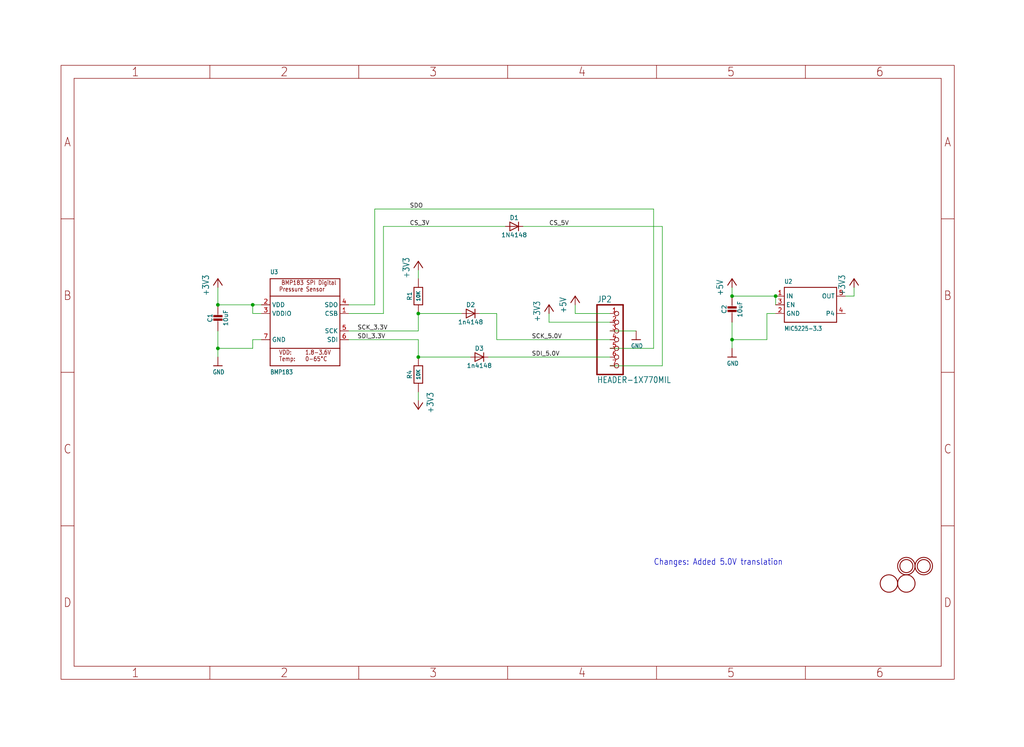
<source format=kicad_sch>
(kicad_sch (version 20211123) (generator eeschema)
  (paper "User" 298.45 217.881)
  (lib_symbols
    (symbol "eagleSchem-eagle-import:+3V3" (power)
      (property "Value" "+3V3" (at -2.54 -5.08 90))
      (symbol "+3V3_1_0"
        (polyline (pts (xy 0 0) (xy -1.27 -1.905)) (stroke (width 0.254)))
        (polyline (pts (xy 1.27 -1.905) (xy 0 0)) (stroke (width 0.254)))
        (pin power_in line (at 0 -2.54 90) (length 2.54) (name "+3V3") (number "1"))
      )
    )
    (symbol "eagleSchem-eagle-import:+5V" (power)
      (property "Value" "+5V" (at -2.54 -5.08 90))
      (symbol "+5V_1_0"
        (polyline (pts (xy 0 0) (xy -1.27 -1.905)) (stroke (width 0.254)))
        (polyline (pts (xy 1.27 -1.905) (xy 0 0)) (stroke (width 0.254)))
        (pin power_in line (at 0 -2.54 90) (length 2.54) (name "+5V") (number "1"))
      )
    )
    (symbol "eagleSchem-eagle-import:BMP183"
      (property "Reference" "IC" (at -10.16 13.97 0))
      (property "Value" "BMP183" (at -10.16 -15.24 0))
      (symbol "BMP183_1_0"
        (polyline (pts (xy -10.16 -7.62) (xy -10.16 -12.7)) (stroke (width 0.254)))
        (polyline (pts (xy -10.16 -7.62) (xy -10.16 7.62)) (stroke (width 0.254)))
        (polyline (pts (xy -10.16 7.62) (xy 10.16 7.62)) (stroke (width 0.254)))
        (polyline (pts (xy -10.16 12.7) (xy -10.16 7.62)) (stroke (width 0.254)))
        (polyline (pts (xy -10.16 12.7) (xy 10.16 12.7)) (stroke (width 0.254)))
        (polyline (pts (xy 10.16 -12.7) (xy -10.16 -12.7)) (stroke (width 0.254)))
        (polyline (pts (xy 10.16 -7.62) (xy -10.16 -7.62)) (stroke (width 0.254)))
        (polyline (pts (xy 10.16 -7.62) (xy 10.16 -12.7)) (stroke (width 0.254)))
        (polyline (pts (xy 10.16 7.62) (xy 10.16 -7.62)) (stroke (width 0.254)))
        (polyline (pts (xy 10.16 12.7) (xy 10.16 7.62)) (stroke (width 0.254)))
        (text "0-65°C" (at 0 -11.43 0) (effects (font (size 1.27 1.0795)) (justify left bottom)))
        (text "1.8-3.6V" (at 0 -9.525 0) (effects (font (size 1.27 1.0795)) (justify left bottom)))
        (text "BMP183 SPI Digital" (at -6.985 10.795 0) (effects (font (size 1.27 1.0795)) (justify left bottom)))
        (text "Pressure Sensor" (at -7.62 8.89 0) (effects (font (size 1.27 1.0795)) (justify left bottom)))
        (text "Temp:" (at -7.62 -11.43 0) (effects (font (size 1.27 1.0795)) (justify left bottom)))
        (text "VDD:" (at -7.62 -9.525 0) (effects (font (size 1.27 1.0795)) (justify left bottom)))
        (pin input line (at 12.7 2.54 180) (length 2.54) (name "CSB") (number "1"))
        (pin power_in line (at -12.7 5.08 0) (length 2.54) (name "VDD") (number "2"))
        (pin power_in line (at -12.7 2.54 0) (length 2.54) (name "VDDIO") (number "3"))
        (pin output line (at 12.7 5.08 180) (length 2.54) (name "SDO") (number "4"))
        (pin input line (at 12.7 -2.54 180) (length 2.54) (name "SCK") (number "5"))
        (pin input line (at 12.7 -5.08 180) (length 2.54) (name "SDI") (number "6"))
        (pin power_in line (at -12.7 -5.08 0) (length 2.54) (name "GND") (number "7"))
      )
    )
    (symbol "eagleSchem-eagle-import:CAP_CERAMIC0805-NOOUTLINE"
      (property "Reference" "C" (at -2.29 1.25 90))
      (property "Value" "CAP_CERAMIC0805-NOOUTLINE" (at 2.3 1.25 90))
      (symbol "CAP_CERAMIC0805-NOOUTLINE_1_0"
        (rectangle (start -1.27 0.508) (end 1.27 1.016) (fill (type outline)))
        (rectangle (start -1.27 1.524) (end 1.27 2.032) (fill (type outline)))
        (polyline (pts (xy 0 0.762) (xy 0 0)) (stroke (width 0.1524)))
        (polyline (pts (xy 0 2.54) (xy 0 1.778)) (stroke (width 0.1524)))
        (pin passive line (at 0 5.08 270) (length 2.54) (name "1") (number "1"))
        (pin passive line (at 0 -2.54 90) (length 2.54) (name "2") (number "2"))
      )
    )
    (symbol "eagleSchem-eagle-import:DIODESOD-323"
      (property "Reference" "D" (at 0 2.54 0))
      (property "Value" "DIODESOD-323" (at 0 -2.5 0))
      (symbol "DIODESOD-323_1_0"
        (polyline (pts (xy -1.27 -1.27) (xy 1.27 0)) (stroke (width 0.254)))
        (polyline (pts (xy -1.27 1.27) (xy -1.27 -1.27)) (stroke (width 0.254)))
        (polyline (pts (xy 1.27 0) (xy -1.27 1.27)) (stroke (width 0.254)))
        (polyline (pts (xy 1.27 0) (xy 1.27 -1.27)) (stroke (width 0.254)))
        (polyline (pts (xy 1.27 1.27) (xy 1.27 0)) (stroke (width 0.254)))
        (pin passive line (at -2.54 0 0) (length 2.54) (name "A") (number "A"))
        (pin passive line (at 2.54 0 180) (length 2.54) (name "C") (number "C"))
      )
    )
    (symbol "eagleSchem-eagle-import:FIDUCIAL"
      (symbol "FIDUCIAL_1_0"
        (circle (center 0 0) (radius 2.54) (stroke (width 0.254)))
      )
    )
    (symbol "eagleSchem-eagle-import:FRAME_A4"
      (symbol "FRAME_A4_0_0"
        (polyline (pts (xy 0 44.7675) (xy 3.81 44.7675)))
        (polyline (pts (xy 0 89.535) (xy 3.81 89.535)))
        (polyline (pts (xy 0 134.3025) (xy 3.81 134.3025)))
        (polyline (pts (xy 3.81 3.81) (xy 3.81 175.26)))
        (polyline (pts (xy 43.3917 0) (xy 43.3917 3.81)))
        (polyline (pts (xy 43.3917 175.26) (xy 43.3917 179.07)))
        (polyline (pts (xy 86.7833 0) (xy 86.7833 3.81)))
        (polyline (pts (xy 86.7833 175.26) (xy 86.7833 179.07)))
        (polyline (pts (xy 130.175 0) (xy 130.175 3.81)))
        (polyline (pts (xy 130.175 175.26) (xy 130.175 179.07)))
        (polyline (pts (xy 173.5667 0) (xy 173.5667 3.81)))
        (polyline (pts (xy 173.5667 175.26) (xy 173.5667 179.07)))
        (polyline (pts (xy 216.9583 0) (xy 216.9583 3.81)))
        (polyline (pts (xy 216.9583 175.26) (xy 216.9583 179.07)))
        (polyline (pts (xy 256.54 3.81) (xy 3.81 3.81)))
        (polyline (pts (xy 256.54 3.81) (xy 256.54 175.26)))
        (polyline (pts (xy 256.54 44.7675) (xy 260.35 44.7675)))
        (polyline (pts (xy 256.54 89.535) (xy 260.35 89.535)))
        (polyline (pts (xy 256.54 134.3025) (xy 260.35 134.3025)))
        (polyline (pts (xy 256.54 175.26) (xy 3.81 175.26)))
        (polyline (pts (xy 0 0) (xy 260.35 0) (xy 260.35 179.07) (xy 0 179.07) (xy 0 0)))
        (text "1" (at 21.6958 1.905 0) (effects (font (size 2.54 2.286))))
        (text "1" (at 21.6958 177.165 0) (effects (font (size 2.54 2.286))))
        (text "2" (at 65.0875 1.905 0) (effects (font (size 2.54 2.286))))
        (text "2" (at 65.0875 177.165 0) (effects (font (size 2.54 2.286))))
        (text "3" (at 108.4792 1.905 0) (effects (font (size 2.54 2.286))))
        (text "3" (at 108.4792 177.165 0) (effects (font (size 2.54 2.286))))
        (text "4" (at 151.8708 1.905 0) (effects (font (size 2.54 2.286))))
        (text "4" (at 151.8708 177.165 0) (effects (font (size 2.54 2.286))))
        (text "5" (at 195.2625 1.905 0) (effects (font (size 2.54 2.286))))
        (text "5" (at 195.2625 177.165 0) (effects (font (size 2.54 2.286))))
        (text "6" (at 238.6542 1.905 0) (effects (font (size 2.54 2.286))))
        (text "6" (at 238.6542 177.165 0) (effects (font (size 2.54 2.286))))
        (text "A" (at 1.905 156.6863 0) (effects (font (size 2.54 2.286))))
        (text "A" (at 258.445 156.6863 0) (effects (font (size 2.54 2.286))))
        (text "B" (at 1.905 111.9188 0) (effects (font (size 2.54 2.286))))
        (text "B" (at 258.445 111.9188 0) (effects (font (size 2.54 2.286))))
        (text "C" (at 1.905 67.1513 0) (effects (font (size 2.54 2.286))))
        (text "C" (at 258.445 67.1513 0) (effects (font (size 2.54 2.286))))
        (text "D" (at 1.905 22.3838 0) (effects (font (size 2.54 2.286))))
        (text "D" (at 258.445 22.3838 0) (effects (font (size 2.54 2.286))))
      )
      (symbol "FRAME_A4_1_0"
        (polyline (pts (xy 256.54 3.81) (xy 256.54 8.89)) (stroke (width 0.1016)))
        (polyline (pts (xy 256.54 8.89) (xy 256.54 13.97)) (stroke (width 0.1016)))
        (polyline (pts (xy 256.54 13.97) (xy 256.54 19.05)) (stroke (width 0.1016)))
        (polyline (pts (xy 256.54 19.05) (xy 256.54 36.83)) (stroke (width 0.1016)))
      )
      (symbol "FRAME_A4_2_0"
        (polyline (pts (xy 1.27 -6.35) (xy 1.27 0)) (stroke (width 0.1016)))
        (polyline (pts (xy 1.27 0) (xy 82.55 0)) (stroke (width 0.1016)))
        (polyline (pts (xy 82.55 -6.35) (xy 1.27 -6.35)) (stroke (width 0.1016)))
        (polyline (pts (xy 82.55 0) (xy 82.55 -6.35)) (stroke (width 0.1016)))
        (text "PART OR WHOLE IS STRICTLY PROHIBITED WITHOUT WRITTEN PERMISSION!" (at 3.81 -5.08 0) (effects (font (size 1.27 1.0795)) (justify left bottom)))
        (text "PROPRIETARY" (at 3.81 -10.16 0) (effects (font (size 2.54 2.159) (thickness 0.4318) bold) (justify left bottom)))
        (text "THIS DRAWING CONTAINS CONFIDENTIAL INFORMATION. ANY REPRODUCTION IN" (at 3.81 -2.794 0) (effects (font (size 1.27 1.0795)) (justify left bottom)))
      )
      (symbol "FRAME_A4_3_0"
        (polyline (pts (xy 0 1.27) (xy 20.32 1.27)) (stroke (width 0.6096)))
        (polyline (pts (xy 0 10.16) (xy 0 1.27)) (stroke (width 0.6096)))
        (polyline (pts (xy 0 10.16) (xy 20.32 10.16)) (stroke (width 0.3048)))
        (polyline (pts (xy 0 19.05) (xy 0 10.16)) (stroke (width 0.6096)))
        (polyline (pts (xy 0 19.05) (xy 20.32 19.05)) (stroke (width 0.3048)))
        (polyline (pts (xy 0 27.94) (xy 0 19.05)) (stroke (width 0.6096)))
        (polyline (pts (xy 0 27.94) (xy 20.32 27.94)) (stroke (width 0.3048)))
        (polyline (pts (xy 0 34.29) (xy 0 27.94)) (stroke (width 0.6096)))
        (polyline (pts (xy 20.32 1.27) (xy 20.32 6.35)) (stroke (width 0.3048)))
        (polyline (pts (xy 20.32 1.27) (xy 95.885 1.27)) (stroke (width 0.6096)))
        (polyline (pts (xy 20.32 6.35) (xy 20.32 10.16)) (stroke (width 0.3048)))
        (polyline (pts (xy 20.32 6.35) (xy 88.9 6.35)) (stroke (width 0.3048)))
        (polyline (pts (xy 20.32 10.16) (xy 20.32 19.05)) (stroke (width 0.3048)))
        (polyline (pts (xy 20.32 16.51) (xy 20.32 19.05)) (stroke (width 0.3048)))
        (polyline (pts (xy 20.32 19.05) (xy 20.32 27.94)) (stroke (width 0.3048)))
        (polyline (pts (xy 20.32 27.94) (xy 20.32 34.29)) (stroke (width 0.3048)))
        (polyline (pts (xy 20.32 27.94) (xy 65.0875 27.94)) (stroke (width 0.3048)))
        (polyline (pts (xy 20.32 34.29) (xy 0 34.29)) (stroke (width 0.6096)))
        (polyline (pts (xy 65.0875 27.94) (xy 106.045 27.94)) (stroke (width 0.3048)))
        (polyline (pts (xy 65.0875 34.29) (xy 20.32 34.29)) (stroke (width 0.6096)))
        (polyline (pts (xy 88.9 6.35) (xy 95.885 6.35)) (stroke (width 0.3048)))
        (polyline (pts (xy 88.9 16.51) (xy 20.32 16.51)) (stroke (width 0.3048)))
        (polyline (pts (xy 88.9 16.51) (xy 88.9 6.35)) (stroke (width 0.3048)))
        (polyline (pts (xy 95.885 1.27) (xy 121.92 1.27)) (stroke (width 0.6096)))
        (polyline (pts (xy 95.885 6.35) (xy 95.885 1.27)) (stroke (width 0.3048)))
        (polyline (pts (xy 95.885 6.35) (xy 121.92 6.35)) (stroke (width 0.3048)))
        (polyline (pts (xy 101.6 13.0175) (xy 102.5525 13.0175)) (stroke (width 0.254)))
        (polyline (pts (xy 106.045 27.94) (xy 106.045 34.29)) (stroke (width 0.3048)))
        (polyline (pts (xy 106.045 27.94) (xy 110.49 27.94)) (stroke (width 0.3048)))
        (polyline (pts (xy 106.045 34.29) (xy 65.0875 34.29)) (stroke (width 0.6096)))
        (polyline (pts (xy 110.49 16.51) (xy 88.9 16.51)) (stroke (width 0.3048)))
        (polyline (pts (xy 110.49 27.94) (xy 110.49 16.51)) (stroke (width 0.3048)))
        (polyline (pts (xy 110.49 27.94) (xy 113.03 27.94)) (stroke (width 0.3048)))
        (polyline (pts (xy 113.03 27.94) (xy 121.92 27.94)) (stroke (width 0.3048)))
        (polyline (pts (xy 113.03 34.29) (xy 106.045 34.29)) (stroke (width 0.6096)))
        (polyline (pts (xy 121.92 6.35) (xy 121.92 1.27)) (stroke (width 0.6096)))
        (polyline (pts (xy 121.92 16.51) (xy 110.49 16.51)) (stroke (width 0.3048)))
        (polyline (pts (xy 121.92 16.51) (xy 121.92 6.35)) (stroke (width 0.6096)))
        (polyline (pts (xy 121.92 27.94) (xy 121.92 16.51)) (stroke (width 0.6096)))
        (polyline (pts (xy 121.92 34.29) (xy 113.03 34.29)) (stroke (width 0.6096)))
        (polyline (pts (xy 121.92 34.29) (xy 121.92 27.94)) (stroke (width 0.6096)))
        (circle (center 109.5375 31.115) (radius 1.4199) (stroke (width 0.254)))
        (text "2013" (at 112.7125 30.1625 0) (effects (font (size 1.778 1.5113)) (justify left bottom)))
        (text ">CHECKED" (at 2.54 11.43 0) (effects (font (size 1.778 1.5113)) (justify left bottom)))
        (text ">COMPANY" (at 23.6538 29.3687 0) (effects (font (size 3.175 2.6987) (thickness 0.5397) bold) (justify left bottom)))
        (text ">DATE" (at 2.54 2.54 0) (effects (font (size 1.778 1.5113)) (justify left bottom)))
        (text ">DRAWING_NAME" (at 33.3375 2.54 0) (effects (font (size 2.54 2.159)) (justify left bottom)))
        (text ">DRAWN" (at 2.54 20.32 0) (effects (font (size 1.778 1.5113)) (justify left bottom)))
        (text ">DRGNO" (at 91.44 8.89 0) (effects (font (size 2.1844 1.8567)) (justify left bottom)))
        (text ">LAST_DATE_TIME" (at 33.02 8.89 0) (effects (font (size 2.54 2.159)) (justify left bottom)))
        (text ">REV" (at 114.3 18.415 0) (effects (font (size 3.81 3.2385)) (justify left bottom)))
        (text ">SHEET" (at 109.22 2.54 0) (effects (font (size 2.54 2.54)) (justify left bottom)))
        (text "C" (at 109.0612 30.48 0) (effects (font (size 1.27 1.0795)) (justify left bottom)))
        (text "CHECKED" (at 1.27 15.875 0) (effects (font (size 1.778 1.5113)) (justify left bottom)))
        (text "DATE" (at 1.27 6.985 0) (effects (font (size 1.778 1.5113)) (justify left bottom)))
        (text "DATE" (at 21.59 12.7 0) (effects (font (size 2.54 2.54)) (justify left bottom)))
        (text "DRAWN" (at 1.27 24.765 0) (effects (font (size 1.778 1.5113)) (justify left bottom)))
        (text "DRG" (at 90.17 12.7 0) (effects (font (size 2.54 2.54)) (justify left bottom)))
        (text "FILE:" (at 21.59 2.54 0) (effects (font (size 2.54 2.54)) (justify left bottom)))
        (text "ISSUE" (at 5.3975 30.1625 0) (effects (font (size 1.9304 1.6408)) (justify left bottom)))
        (text "N" (at 98.7425 12.7 0) (effects (font (size 2.54 2.54)) (justify left bottom)))
        (text "o" (at 101.2825 13.6525 0) (effects (font (size 2.1844 1.8567)) (justify left bottom)))
        (text "PAGE:" (at 97.155 2.54 0) (effects (font (size 2.54 2.54)) (justify left bottom)))
        (text "REV" (at 112.7125 24.13 0) (effects (font (size 2.54 2.54)) (justify left bottom)))
        (text "TITLE" (at 21.59 24.13 0) (effects (font (size 2.54 2.54)) (justify left bottom)))
      )
    )
    (symbol "eagleSchem-eagle-import:GND" (power)
      (property "Value" "GND" (at -1.524 -2.54 0))
      (symbol "GND_1_0"
        (polyline (pts (xy -1.27 0) (xy 1.27 0)) (stroke (width 0.254)))
        (pin power_in line (at 0 2.54 270) (length 2.54) (name "GND") (number "1"))
      )
    )
    (symbol "eagleSchem-eagle-import:HEADER-1X770MIL"
      (property "Reference" "JP" (at -6.35 10.795 0))
      (property "Value" "HEADER-1X770MIL" (at -6.35 -12.7 0))
      (symbol "HEADER-1X770MIL_1_0"
        (polyline (pts (xy -6.35 -10.16) (xy 1.27 -10.16)) (stroke (width 0.4064)))
        (polyline (pts (xy -6.35 10.16) (xy -6.35 -10.16)) (stroke (width 0.4064)))
        (polyline (pts (xy 1.27 -10.16) (xy 1.27 10.16)) (stroke (width 0.4064)))
        (polyline (pts (xy 1.27 10.16) (xy -6.35 10.16)) (stroke (width 0.4064)))
        (pin passive inverted (at -2.54 7.62 0) (length 2.54) (name "1") (number "1"))
        (pin passive inverted (at -2.54 5.08 0) (length 2.54) (name "2") (number "2"))
        (pin passive inverted (at -2.54 2.54 0) (length 2.54) (name "3") (number "3"))
        (pin passive inverted (at -2.54 0 0) (length 2.54) (name "4") (number "4"))
        (pin passive inverted (at -2.54 -2.54 0) (length 2.54) (name "5") (number "5"))
        (pin passive inverted (at -2.54 -5.08 0) (length 2.54) (name "6") (number "6"))
        (pin passive inverted (at -2.54 -7.62 0) (length 2.54) (name "7") (number "7"))
      )
    )
    (symbol "eagleSchem-eagle-import:MOUNTINGHOLE2.0"
      (symbol "MOUNTINGHOLE2.0_1_0"
        (circle (center 0 0) (radius 1.905) (stroke (width 0.254)))
        (circle (center 0 0) (radius 2.54) (stroke (width 0.254)))
      )
    )
    (symbol "eagleSchem-eagle-import:RESISTOR0805_NOOUTLINE"
      (property "Reference" "R" (at 0 2.54 0))
      (property "Value" "RESISTOR0805_NOOUTLINE" (at 0 0 0))
      (symbol "RESISTOR0805_NOOUTLINE_1_0"
        (polyline (pts (xy -2.54 -1.27) (xy -2.54 1.27)) (stroke (width 0.254)))
        (polyline (pts (xy -2.54 1.27) (xy 2.54 1.27)) (stroke (width 0.254)))
        (polyline (pts (xy 2.54 -1.27) (xy -2.54 -1.27)) (stroke (width 0.254)))
        (polyline (pts (xy 2.54 1.27) (xy 2.54 -1.27)) (stroke (width 0.254)))
        (pin passive line (at -5.08 0 0) (length 2.54) (name "1") (number "1"))
        (pin passive line (at 5.08 0 180) (length 2.54) (name "2") (number "2"))
      )
    )
    (symbol "eagleSchem-eagle-import:VREG_SOT23-5"
      (property "Reference" "U" (at -7.62 6.096 0))
      (property "Value" "VREG_SOT23-5" (at -7.62 -7.62 0))
      (symbol "VREG_SOT23-5_1_0"
        (polyline (pts (xy -7.62 -5.08) (xy -7.62 5.08)) (stroke (width 0.254)))
        (polyline (pts (xy -7.62 5.08) (xy 7.62 5.08)) (stroke (width 0.254)))
        (polyline (pts (xy 7.62 -5.08) (xy -7.62 -5.08)) (stroke (width 0.254)))
        (polyline (pts (xy 7.62 5.08) (xy 7.62 -5.08)) (stroke (width 0.254)))
        (pin power_in line (at -10.16 2.54 0) (length 2.54) (name "IN") (number "1"))
        (pin power_in line (at -10.16 -2.54 0) (length 2.54) (name "GND") (number "2"))
        (pin input line (at -10.16 0 0) (length 2.54) (name "EN") (number "3"))
        (pin bidirectional line (at 10.16 -2.54 180) (length 2.54) (name "P4") (number "4"))
        (pin power_in line (at 10.16 2.54 180) (length 2.54) (name "OUT") (number "5"))
      )
    )
  )
  (junction (at 63.5 88.9))
  (junction (at 226.06 86.36))
  (junction (at 213.36 99.06))
  (junction (at 121.92 104.14))
  (junction (at 213.36 86.36))
  (junction (at 63.5 101.6))
  (junction (at 121.92 91.44))
  (junction (at 73.66 88.9))
  (wire (pts (xy 73.66 101.6) (xy 73.66 99.06)))
  (wire (pts (xy 144.78 91.44) (xy 144.78 99.06)))
  (wire (pts (xy 121.92 104.14) (xy 121.92 99.06)))
  (wire (pts (xy 193.04 66.04) (xy 193.04 106.68)))
  (wire (pts (xy 193.04 106.68) (xy 177.8 106.68)))
  (wire (pts (xy 73.66 88.9) (xy 63.5 88.9)))
  (wire (pts (xy 63.5 88.9) (xy 63.5 83.82)))
  (wire (pts (xy 111.76 66.04) (xy 147.32 66.04)))
  (wire (pts (xy 142.24 104.14) (xy 177.8 104.14)))
  (wire (pts (xy 76.2 88.9) (xy 73.66 88.9)))
  (wire (pts (xy 223.52 99.06) (xy 213.36 99.06)))
  (wire (pts (xy 226.06 88.9) (xy 226.06 86.36)))
  (wire (pts (xy 223.52 91.44) (xy 223.52 99.06)))
  (wire (pts (xy 121.92 96.52) (xy 121.92 91.44)))
  (wire (pts (xy 111.76 91.44) (xy 111.76 66.04)))
  (wire (pts (xy 73.66 91.44) (xy 73.66 88.9)))
  (wire (pts (xy 167.64 91.44) (xy 167.64 88.9)))
  (wire (pts (xy 139.7 91.44) (xy 144.78 91.44)))
  (wire (pts (xy 213.36 99.06) (xy 213.36 101.6)))
  (wire (pts (xy 101.6 88.9) (xy 109.22 88.9)))
  (wire (pts (xy 248.92 86.36) (xy 248.92 83.82)))
  (wire (pts (xy 109.22 60.96) (xy 190.5 60.96)))
  (wire (pts (xy 121.92 96.52) (xy 101.6 96.52)))
  (wire (pts (xy 177.8 96.52) (xy 185.42 96.52)))
  (wire (pts (xy 226.06 91.44) (xy 223.52 91.44)))
  (wire (pts (xy 73.66 99.06) (xy 76.2 99.06)))
  (wire (pts (xy 121.92 91.44) (xy 134.62 91.44)))
  (wire (pts (xy 160.02 93.98) (xy 177.8 93.98)))
  (wire (pts (xy 109.22 88.9) (xy 109.22 60.96)))
  (wire (pts (xy 121.92 116.84) (xy 121.92 114.3)))
  (wire (pts (xy 213.36 83.82) (xy 213.36 86.36)))
  (wire (pts (xy 160.02 91.44) (xy 160.02 93.98)))
  (wire (pts (xy 76.2 91.44) (xy 73.66 91.44)))
  (wire (pts (xy 190.5 101.6) (xy 177.8 101.6)))
  (wire (pts (xy 121.92 78.74) (xy 121.92 81.28)))
  (wire (pts (xy 152.4 66.04) (xy 193.04 66.04)))
  (wire (pts (xy 190.5 60.96) (xy 190.5 101.6)))
  (wire (pts (xy 177.8 91.44) (xy 167.64 91.44)))
  (wire (pts (xy 144.78 99.06) (xy 177.8 99.06)))
  (wire (pts (xy 101.6 99.06) (xy 121.92 99.06)))
  (wire (pts (xy 63.5 101.6) (xy 63.5 104.14)))
  (wire (pts (xy 137.16 104.14) (xy 121.92 104.14)))
  (wire (pts (xy 246.38 86.36) (xy 248.92 86.36)))
  (wire (pts (xy 101.6 91.44) (xy 111.76 91.44)))
  (wire (pts (xy 63.5 101.6) (xy 63.5 96.52)))
  (wire (pts (xy 63.5 101.6) (xy 73.66 101.6)))
  (wire (pts (xy 213.36 99.06) (xy 213.36 93.98)))
  (wire (pts (xy 226.06 86.36) (xy 213.36 86.36)))
  (text "Changes: Added 5.0V translation" (at 190.5 165.1 180) (effects (font (size 1.778 1.5113)) (justify left bottom)))
  (label "SDI_5.0V" (at 154.94 104.14 0) (effects (font (size 1.2446 1.2446))))
  (label "SCK_3.3V" (at 104.14 96.52 0) (effects (font (size 1.2446 1.2446))))
  (label "SDI_3.3V" (at 104.14 99.06 0) (effects (font (size 1.2446 1.2446))))
  (label "CS_3V" (at 119.38 66.04 0) (effects (font (size 1.2446 1.2446))))
  (label "CS_5V" (at 160.02 66.04 0) (effects (font (size 1.2446 1.2446))))
  (label "SDO" (at 119.38 60.96 0) (effects (font (size 1.2446 1.2446))))
  (label "SCK_5.0V" (at 154.94 99.06 0) (effects (font (size 1.2446 1.2446))))
  (symbol (lib_id "eagleSchem-eagle-import:RESISTOR0805_NOOUTLINE") (at 121.92 109.22 90) (unit 1)
    (property "Reference" "R4" (at 119.38 109.22 0))
    (property "Value" "10K" (at 121.92 109.22 0) (effects (font (size 1.016 1.016) bold)))
    (property "Footprint" "eagleSchem:0805-NO" (effects hide))
  )
  (symbol (lib_id "eagleSchem-eagle-import:MOUNTINGHOLE2.0") (at 269.24 165.1 0) (unit 1)
    (property "Reference" "U$7" (effects hide))
    (property "Value" "MOUNTINGHOLE2.0" (effects hide))
    (property "Footprint" "eagleSchem:MOUNTINGHOLE_2.0_PLATED" (effects hide))
  )
  (symbol (lib_id "eagleSchem-eagle-import:BMP183") (at 88.9 93.98 0) (unit 1)
    (property "Reference" "U3" (at 78.74 80.01 0) (effects (font (size 1.27 1.0795)) (justify left bottom)))
    (property "Value" "BMP183" (at 78.74 109.22 0) (effects (font (size 1.27 1.0795)) (justify left bottom)))
    (property "Footprint" "eagleSchem:BMP18X_EXTENDED" (effects hide))
  )
  (symbol (lib_id "eagleSchem-eagle-import:FIDUCIAL") (at 259.08 170.18 0) (unit 1)
    (property "Reference" "U$5" (effects hide))
    (property "Value" "FIDUCIAL" (effects hide))
    (property "Footprint" "eagleSchem:FIDUCIAL_1MM" (effects hide))
  )
  (symbol (lib_id "eagleSchem-eagle-import:+3V3") (at 121.92 119.38 180) (unit 1)
    (property "Reference" "#+3V5" (effects hide))
    (property "Value" "+3V3" (at 124.46 114.3 90) (effects (font (size 1.778 1.5113)) (justify left bottom)))
    (property "Footprint" "eagleSchem:" (effects hide))
  )
  (symbol (lib_id "eagleSchem-eagle-import:GND") (at 63.5 106.68 0) (unit 1)
    (property "Reference" "#U$3" (effects hide))
    (property "Value" "GND" (at 61.976 109.22 0) (effects (font (size 1.27 1.0795)) (justify left bottom)))
    (property "Footprint" "eagleSchem:" (effects hide))
  )
  (symbol (lib_id "eagleSchem-eagle-import:HEADER-1X770MIL") (at 180.34 99.06 0) (unit 1)
    (property "Reference" "JP2" (at 173.99 88.265 0) (effects (font (size 1.778 1.5113)) (justify left bottom)))
    (property "Value" "HEADER-1X770MIL" (at 173.99 111.76 0) (effects (font (size 1.778 1.5113)) (justify left bottom)))
    (property "Footprint" "eagleSchem:1X07_ROUND_70" (effects hide))
  )
  (symbol (lib_id "eagleSchem-eagle-import:CAP_CERAMIC0805-NOOUTLINE") (at 213.36 91.44 0) (unit 1)
    (property "Reference" "C2" (at 211.07 90.19 90))
    (property "Value" "10uF" (at 215.66 90.19 90))
    (property "Footprint" "eagleSchem:0805-NO" (effects hide))
  )
  (symbol (lib_id "eagleSchem-eagle-import:FIDUCIAL") (at 264.16 170.18 0) (unit 1)
    (property "Reference" "U$15" (effects hide))
    (property "Value" "FIDUCIAL" (effects hide))
    (property "Footprint" "eagleSchem:FIDUCIAL_1MM" (effects hide))
  )
  (symbol (lib_id "eagleSchem-eagle-import:+3V3") (at 121.92 76.2 0) (unit 1)
    (property "Reference" "#+3V4" (effects hide))
    (property "Value" "+3V3" (at 119.38 81.28 90) (effects (font (size 1.778 1.5113)) (justify left bottom)))
    (property "Footprint" "eagleSchem:" (effects hide))
  )
  (symbol (lib_id "eagleSchem-eagle-import:+3V3") (at 63.5 81.28 0) (unit 1)
    (property "Reference" "#+3V7" (effects hide))
    (property "Value" "+3V3" (at 60.96 86.36 90) (effects (font (size 1.778 1.5113)) (justify left bottom)))
    (property "Footprint" "eagleSchem:" (effects hide))
  )
  (symbol (lib_id "eagleSchem-eagle-import:RESISTOR0805_NOOUTLINE") (at 121.92 86.36 90) (unit 1)
    (property "Reference" "R1" (at 119.38 86.36 0))
    (property "Value" "10K" (at 121.92 86.36 0) (effects (font (size 1.016 1.016) bold)))
    (property "Footprint" "eagleSchem:0805-NO" (effects hide))
  )
  (symbol (lib_id "eagleSchem-eagle-import:VREG_SOT23-5") (at 236.22 88.9 0) (unit 1)
    (property "Reference" "U2" (at 228.6 82.804 0) (effects (font (size 1.27 1.0795)) (justify left bottom)))
    (property "Value" "MIC5225-3.3" (at 228.6 96.52 0) (effects (font (size 1.27 1.0795)) (justify left bottom)))
    (property "Footprint" "eagleSchem:SOT23-5" (effects hide))
  )
  (symbol (lib_id "eagleSchem-eagle-import:MOUNTINGHOLE2.0") (at 264.16 165.1 0) (unit 1)
    (property "Reference" "U$8" (effects hide))
    (property "Value" "MOUNTINGHOLE2.0" (effects hide))
    (property "Footprint" "eagleSchem:MOUNTINGHOLE_2.0_PLATED" (effects hide))
  )
  (symbol (lib_id "eagleSchem-eagle-import:CAP_CERAMIC0805-NOOUTLINE") (at 63.5 93.98 0) (unit 1)
    (property "Reference" "C1" (at 61.21 92.73 90))
    (property "Value" "10uF" (at 65.8 92.73 90))
    (property "Footprint" "eagleSchem:0805-NO" (effects hide))
  )
  (symbol (lib_id "eagleSchem-eagle-import:DIODESOD-323") (at 137.16 91.44 0) (unit 1)
    (property "Reference" "D2" (at 137.16 88.9 0))
    (property "Value" "1n4148" (at 137.16 93.94 0))
    (property "Footprint" "eagleSchem:SOD-323" (effects hide))
  )
  (symbol (lib_id "eagleSchem-eagle-import:FRAME_A4") (at 17.78 198.12 0) (unit 1)
    (property "Reference" "#FRAME1" (effects hide))
    (property "Value" "FRAME_A4" (effects hide))
    (property "Footprint" "eagleSchem:" (effects hide))
  )
  (symbol (lib_id "eagleSchem-eagle-import:+5V") (at 167.64 86.36 0) (unit 1)
    (property "Reference" "#P+2" (effects hide))
    (property "Value" "+5V" (at 165.1 91.44 90) (effects (font (size 1.778 1.5113)) (justify left bottom)))
    (property "Footprint" "eagleSchem:" (effects hide))
  )
  (symbol (lib_id "eagleSchem-eagle-import:DIODESOD-323") (at 139.7 104.14 0) (unit 1)
    (property "Reference" "D3" (at 139.7 101.6 0))
    (property "Value" "1n4148" (at 139.7 106.64 0))
    (property "Footprint" "eagleSchem:SOD-323" (effects hide))
  )
  (symbol (lib_id "eagleSchem-eagle-import:+3V3") (at 160.02 88.9 0) (unit 1)
    (property "Reference" "#+3V1" (effects hide))
    (property "Value" "+3V3" (at 157.48 93.98 90) (effects (font (size 1.778 1.5113)) (justify left bottom)))
    (property "Footprint" "eagleSchem:" (effects hide))
  )
  (symbol (lib_id "eagleSchem-eagle-import:GND") (at 213.36 104.14 0) (unit 1)
    (property "Reference" "#U$13" (effects hide))
    (property "Value" "GND" (at 211.836 106.68 0) (effects (font (size 1.27 1.0795)) (justify left bottom)))
    (property "Footprint" "eagleSchem:" (effects hide))
  )
  (symbol (lib_id "eagleSchem-eagle-import:+5V") (at 213.36 81.28 0) (unit 1)
    (property "Reference" "#P+4" (effects hide))
    (property "Value" "+5V" (at 210.82 86.36 90) (effects (font (size 1.778 1.5113)) (justify left bottom)))
    (property "Footprint" "eagleSchem:" (effects hide))
  )
  (symbol (lib_id "eagleSchem-eagle-import:DIODESOD-323") (at 149.86 66.04 0) (unit 1)
    (property "Reference" "D1" (at 149.86 63.5 0))
    (property "Value" "1N4148" (at 149.86 68.54 0))
    (property "Footprint" "eagleSchem:SOD-323" (effects hide))
  )
  (symbol (lib_id "eagleSchem-eagle-import:+3V3") (at 248.92 81.28 0) (unit 1)
    (property "Reference" "#+3V6" (effects hide))
    (property "Value" "+3V3" (at 246.38 86.36 90) (effects (font (size 1.778 1.5113)) (justify left bottom)))
    (property "Footprint" "eagleSchem:" (effects hide))
  )
  (symbol (lib_id "eagleSchem-eagle-import:GND") (at 185.42 99.06 0) (unit 1)
    (property "Reference" "#U$4" (effects hide))
    (property "Value" "GND" (at 183.896 101.6 0) (effects (font (size 1.27 1.0795)) (justify left bottom)))
    (property "Footprint" "eagleSchem:" (effects hide))
  )
)
</source>
